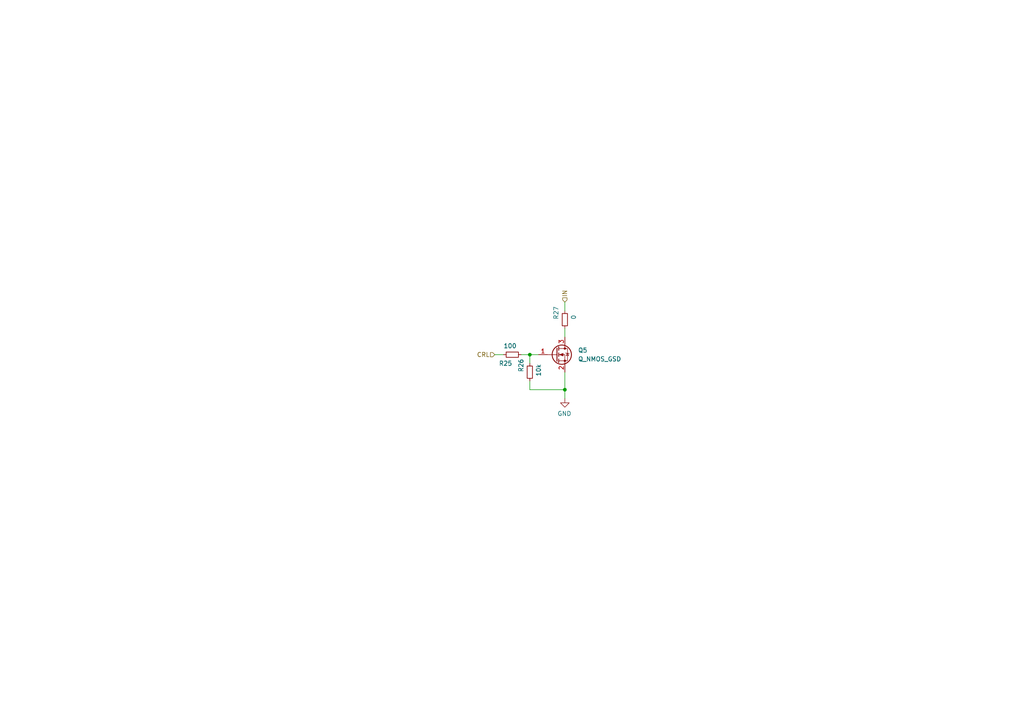
<source format=kicad_sch>
(kicad_sch (version 20211123) (generator eeschema)

  (uuid 3cf0233f-86e3-4b85-ad75-fb8a46f37498)

  (paper "A4")

  (lib_symbols
    (symbol "Device:Q_NMOS_GSD" (pin_names (offset 0) hide) (in_bom yes) (on_board yes)
      (property "Reference" "Q" (id 0) (at 5.08 1.27 0)
        (effects (font (size 1.27 1.27)) (justify left))
      )
      (property "Value" "Q_NMOS_GSD" (id 1) (at 5.08 -1.27 0)
        (effects (font (size 1.27 1.27)) (justify left))
      )
      (property "Footprint" "" (id 2) (at 5.08 2.54 0)
        (effects (font (size 1.27 1.27)) hide)
      )
      (property "Datasheet" "~" (id 3) (at 0 0 0)
        (effects (font (size 1.27 1.27)) hide)
      )
      (property "ki_keywords" "transistor NMOS N-MOS N-MOSFET" (id 4) (at 0 0 0)
        (effects (font (size 1.27 1.27)) hide)
      )
      (property "ki_description" "N-MOSFET transistor, gate/source/drain" (id 5) (at 0 0 0)
        (effects (font (size 1.27 1.27)) hide)
      )
      (symbol "Q_NMOS_GSD_0_1"
        (polyline
          (pts
            (xy 0.254 0)
            (xy -2.54 0)
          )
          (stroke (width 0) (type default) (color 0 0 0 0))
          (fill (type none))
        )
        (polyline
          (pts
            (xy 0.254 1.905)
            (xy 0.254 -1.905)
          )
          (stroke (width 0.254) (type default) (color 0 0 0 0))
          (fill (type none))
        )
        (polyline
          (pts
            (xy 0.762 -1.27)
            (xy 0.762 -2.286)
          )
          (stroke (width 0.254) (type default) (color 0 0 0 0))
          (fill (type none))
        )
        (polyline
          (pts
            (xy 0.762 0.508)
            (xy 0.762 -0.508)
          )
          (stroke (width 0.254) (type default) (color 0 0 0 0))
          (fill (type none))
        )
        (polyline
          (pts
            (xy 0.762 2.286)
            (xy 0.762 1.27)
          )
          (stroke (width 0.254) (type default) (color 0 0 0 0))
          (fill (type none))
        )
        (polyline
          (pts
            (xy 2.54 2.54)
            (xy 2.54 1.778)
          )
          (stroke (width 0) (type default) (color 0 0 0 0))
          (fill (type none))
        )
        (polyline
          (pts
            (xy 2.54 -2.54)
            (xy 2.54 0)
            (xy 0.762 0)
          )
          (stroke (width 0) (type default) (color 0 0 0 0))
          (fill (type none))
        )
        (polyline
          (pts
            (xy 0.762 -1.778)
            (xy 3.302 -1.778)
            (xy 3.302 1.778)
            (xy 0.762 1.778)
          )
          (stroke (width 0) (type default) (color 0 0 0 0))
          (fill (type none))
        )
        (polyline
          (pts
            (xy 1.016 0)
            (xy 2.032 0.381)
            (xy 2.032 -0.381)
            (xy 1.016 0)
          )
          (stroke (width 0) (type default) (color 0 0 0 0))
          (fill (type outline))
        )
        (polyline
          (pts
            (xy 2.794 0.508)
            (xy 2.921 0.381)
            (xy 3.683 0.381)
            (xy 3.81 0.254)
          )
          (stroke (width 0) (type default) (color 0 0 0 0))
          (fill (type none))
        )
        (polyline
          (pts
            (xy 3.302 0.381)
            (xy 2.921 -0.254)
            (xy 3.683 -0.254)
            (xy 3.302 0.381)
          )
          (stroke (width 0) (type default) (color 0 0 0 0))
          (fill (type none))
        )
        (circle (center 1.651 0) (radius 2.794)
          (stroke (width 0.254) (type default) (color 0 0 0 0))
          (fill (type none))
        )
        (circle (center 2.54 -1.778) (radius 0.254)
          (stroke (width 0) (type default) (color 0 0 0 0))
          (fill (type outline))
        )
        (circle (center 2.54 1.778) (radius 0.254)
          (stroke (width 0) (type default) (color 0 0 0 0))
          (fill (type outline))
        )
      )
      (symbol "Q_NMOS_GSD_1_1"
        (pin input line (at -5.08 0 0) (length 2.54)
          (name "G" (effects (font (size 1.27 1.27))))
          (number "1" (effects (font (size 1.27 1.27))))
        )
        (pin passive line (at 2.54 -5.08 90) (length 2.54)
          (name "S" (effects (font (size 1.27 1.27))))
          (number "2" (effects (font (size 1.27 1.27))))
        )
        (pin passive line (at 2.54 5.08 270) (length 2.54)
          (name "D" (effects (font (size 1.27 1.27))))
          (number "3" (effects (font (size 1.27 1.27))))
        )
      )
    )
    (symbol "Device:R_Small" (pin_numbers hide) (pin_names (offset 0.254) hide) (in_bom yes) (on_board yes)
      (property "Reference" "R" (id 0) (at 0.762 0.508 0)
        (effects (font (size 1.27 1.27)) (justify left))
      )
      (property "Value" "R_Small" (id 1) (at 0.762 -1.016 0)
        (effects (font (size 1.27 1.27)) (justify left))
      )
      (property "Footprint" "" (id 2) (at 0 0 0)
        (effects (font (size 1.27 1.27)) hide)
      )
      (property "Datasheet" "~" (id 3) (at 0 0 0)
        (effects (font (size 1.27 1.27)) hide)
      )
      (property "ki_keywords" "R resistor" (id 4) (at 0 0 0)
        (effects (font (size 1.27 1.27)) hide)
      )
      (property "ki_description" "Resistor, small symbol" (id 5) (at 0 0 0)
        (effects (font (size 1.27 1.27)) hide)
      )
      (property "ki_fp_filters" "R_*" (id 6) (at 0 0 0)
        (effects (font (size 1.27 1.27)) hide)
      )
      (symbol "R_Small_0_1"
        (rectangle (start -0.762 1.778) (end 0.762 -1.778)
          (stroke (width 0.2032) (type default) (color 0 0 0 0))
          (fill (type none))
        )
      )
      (symbol "R_Small_1_1"
        (pin passive line (at 0 2.54 270) (length 0.762)
          (name "~" (effects (font (size 1.27 1.27))))
          (number "1" (effects (font (size 1.27 1.27))))
        )
        (pin passive line (at 0 -2.54 90) (length 0.762)
          (name "~" (effects (font (size 1.27 1.27))))
          (number "2" (effects (font (size 1.27 1.27))))
        )
      )
    )
    (symbol "power:GND" (power) (pin_names (offset 0)) (in_bom yes) (on_board yes)
      (property "Reference" "#PWR" (id 0) (at 0 -6.35 0)
        (effects (font (size 1.27 1.27)) hide)
      )
      (property "Value" "GND" (id 1) (at 0 -3.81 0)
        (effects (font (size 1.27 1.27)))
      )
      (property "Footprint" "" (id 2) (at 0 0 0)
        (effects (font (size 1.27 1.27)) hide)
      )
      (property "Datasheet" "" (id 3) (at 0 0 0)
        (effects (font (size 1.27 1.27)) hide)
      )
      (property "ki_keywords" "power-flag" (id 4) (at 0 0 0)
        (effects (font (size 1.27 1.27)) hide)
      )
      (property "ki_description" "Power symbol creates a global label with name \"GND\" , ground" (id 5) (at 0 0 0)
        (effects (font (size 1.27 1.27)) hide)
      )
      (symbol "GND_0_1"
        (polyline
          (pts
            (xy 0 0)
            (xy 0 -1.27)
            (xy 1.27 -1.27)
            (xy 0 -2.54)
            (xy -1.27 -1.27)
            (xy 0 -1.27)
          )
          (stroke (width 0) (type default) (color 0 0 0 0))
          (fill (type none))
        )
      )
      (symbol "GND_1_1"
        (pin power_in line (at 0 0 270) (length 0) hide
          (name "GND" (effects (font (size 1.27 1.27))))
          (number "1" (effects (font (size 1.27 1.27))))
        )
      )
    )
  )

  (junction (at 153.67 102.87) (diameter 0) (color 0 0 0 0)
    (uuid 78d3a4a0-e724-44e1-963f-de88a39d4158)
  )
  (junction (at 163.83 113.03) (diameter 0) (color 0 0 0 0)
    (uuid efd79052-e146-4d61-9e0a-ba764a5a966b)
  )

  (wire (pts (xy 156.21 102.87) (xy 153.67 102.87))
    (stroke (width 0) (type default) (color 0 0 0 0))
    (uuid 3497045f-d218-47c9-8fd1-2d0a39585aa6)
  )
  (wire (pts (xy 163.83 90.17) (xy 163.83 87.63))
    (stroke (width 0) (type default) (color 0 0 0 0))
    (uuid 4a56ac62-5ec2-46fc-a86c-9adf2d8fead1)
  )
  (wire (pts (xy 146.05 102.87) (xy 143.51 102.87))
    (stroke (width 0) (type default) (color 0 0 0 0))
    (uuid 88a7e34c-57e7-48ce-a358-6866b2c01d90)
  )
  (wire (pts (xy 153.67 113.03) (xy 153.67 110.49))
    (stroke (width 0) (type default) (color 0 0 0 0))
    (uuid 8dcf40e6-09a5-42e4-8b46-f4738540468d)
  )
  (wire (pts (xy 163.83 95.25) (xy 163.83 97.79))
    (stroke (width 0) (type default) (color 0 0 0 0))
    (uuid 8e5a3783-142f-42f6-a215-d0f81a05c5c0)
  )
  (wire (pts (xy 153.67 113.03) (xy 163.83 113.03))
    (stroke (width 0) (type default) (color 0 0 0 0))
    (uuid 90207e9d-650a-4c45-b7d5-e506cc85537d)
  )
  (wire (pts (xy 153.67 102.87) (xy 151.13 102.87))
    (stroke (width 0) (type default) (color 0 0 0 0))
    (uuid 9a88d63d-f7e5-416d-9807-a8e942aef287)
  )
  (wire (pts (xy 153.67 105.41) (xy 153.67 102.87))
    (stroke (width 0) (type default) (color 0 0 0 0))
    (uuid a8cdda0e-7b06-4b92-8078-341b4e32614a)
  )
  (wire (pts (xy 163.83 113.03) (xy 163.83 115.57))
    (stroke (width 0) (type default) (color 0 0 0 0))
    (uuid d6cc98ff-7d68-4734-afa1-c7dd225e08d3)
  )
  (wire (pts (xy 163.83 113.03) (xy 163.83 107.95))
    (stroke (width 0) (type default) (color 0 0 0 0))
    (uuid dd552f19-e379-4dd5-a10b-882b6c8e7a65)
  )

  (hierarchical_label "IN" (shape input) (at 163.83 87.63 90)
    (effects (font (size 1.27 1.27)) (justify left))
    (uuid 2b878984-ad62-40d5-87be-d30f465ae2b3)
  )
  (hierarchical_label "CRL" (shape input) (at 143.51 102.87 180)
    (effects (font (size 1.27 1.27)) (justify right))
    (uuid cce13a3b-854c-49ae-8b19-551eed5c4f96)
  )

  (symbol (lib_id "Device:R_Small") (at 153.67 107.95 0) (mirror y)
    (in_bom yes) (on_board yes)
    (uuid 00000000-0000-0000-0000-000061f87dfa)
    (property "Reference" "R26" (id 0) (at 151.13 107.95 90)
      (effects (font (size 1.27 1.27)) (justify left))
    )
    (property "Value" "10k" (id 1) (at 156.21 109.22 90)
      (effects (font (size 1.27 1.27)) (justify left))
    )
    (property "Footprint" "Resistor_SMD:R_0603_1608Metric" (id 2) (at 153.67 107.95 0)
      (effects (font (size 1.27 1.27)) hide)
    )
    (property "Datasheet" "~" (id 3) (at 153.67 107.95 0)
      (effects (font (size 1.27 1.27)) hide)
    )
    (pin "1" (uuid 2acec30a-5186-404f-8a90-b7bca3917e24))
    (pin "2" (uuid 1f2f4a21-40fe-438d-b12b-19dc0bc91500))
  )

  (symbol (lib_id "Device:R_Small") (at 148.59 102.87 90) (mirror x)
    (in_bom yes) (on_board yes)
    (uuid 00000000-0000-0000-0000-000061f87e05)
    (property "Reference" "R25" (id 0) (at 148.59 105.41 90)
      (effects (font (size 1.27 1.27)) (justify left))
    )
    (property "Value" "100" (id 1) (at 149.86 100.33 90)
      (effects (font (size 1.27 1.27)) (justify left))
    )
    (property "Footprint" "Resistor_SMD:R_0603_1608Metric" (id 2) (at 148.59 102.87 0)
      (effects (font (size 1.27 1.27)) hide)
    )
    (property "Datasheet" "~" (id 3) (at 148.59 102.87 0)
      (effects (font (size 1.27 1.27)) hide)
    )
    (pin "1" (uuid 862672fc-f8a0-4135-92e6-75d0020d07e0))
    (pin "2" (uuid 9099bda9-b9f2-4196-8d15-289ac915f3ea))
  )

  (symbol (lib_id "Device:R_Small") (at 163.83 92.71 0) (mirror y)
    (in_bom yes) (on_board yes)
    (uuid 00000000-0000-0000-0000-000061f87e0c)
    (property "Reference" "R27" (id 0) (at 161.29 92.71 90)
      (effects (font (size 1.27 1.27)) (justify left))
    )
    (property "Value" "0" (id 1) (at 166.37 92.71 90)
      (effects (font (size 1.27 1.27)) (justify left))
    )
    (property "Footprint" "Resistor_SMD:R_0603_1608Metric" (id 2) (at 163.83 92.71 0)
      (effects (font (size 1.27 1.27)) hide)
    )
    (property "Datasheet" "~" (id 3) (at 163.83 92.71 0)
      (effects (font (size 1.27 1.27)) hide)
    )
    (pin "1" (uuid bec1594c-0499-40a3-95df-5fa0596b500c))
    (pin "2" (uuid 5227e926-0177-4417-ba41-e84ed214d9fb))
  )

  (symbol (lib_id "power:GND") (at 163.83 115.57 0) (mirror y)
    (in_bom yes) (on_board yes)
    (uuid 00000000-0000-0000-0000-000061f87e13)
    (property "Reference" "#PWR0107" (id 0) (at 163.83 121.92 0)
      (effects (font (size 1.27 1.27)) hide)
    )
    (property "Value" "GND" (id 1) (at 163.703 119.9642 0))
    (property "Footprint" "" (id 2) (at 163.83 115.57 0)
      (effects (font (size 1.27 1.27)) hide)
    )
    (property "Datasheet" "" (id 3) (at 163.83 115.57 0)
      (effects (font (size 1.27 1.27)) hide)
    )
    (pin "1" (uuid 4a8eeaae-a866-4804-89c0-7339d5ffcf32))
  )

  (symbol (lib_id "Device:Q_NMOS_GSD") (at 161.29 102.87 0)
    (in_bom yes) (on_board yes) (fields_autoplaced)
    (uuid 9bc001c6-15a4-4c42-b836-0afbb00ecdf5)
    (property "Reference" "Q5" (id 0) (at 167.64 101.5999 0)
      (effects (font (size 1.27 1.27)) (justify left))
    )
    (property "Value" "Q_NMOS_GSD" (id 1) (at 167.64 104.1399 0)
      (effects (font (size 1.27 1.27)) (justify left))
    )
    (property "Footprint" "Package_TO_SOT_SMD:SOT-23" (id 2) (at 166.37 100.33 0)
      (effects (font (size 1.27 1.27)) hide)
    )
    (property "Datasheet" "~" (id 3) (at 161.29 102.87 0)
      (effects (font (size 1.27 1.27)) hide)
    )
    (pin "1" (uuid cb486133-0d72-4c98-a58d-94c0e0c23440))
    (pin "2" (uuid aa66ffdb-4f28-489c-9d0b-78b1bf26c692))
    (pin "3" (uuid c715094e-99e7-40fa-8ed1-985c2c4e3ffa))
  )
)

</source>
